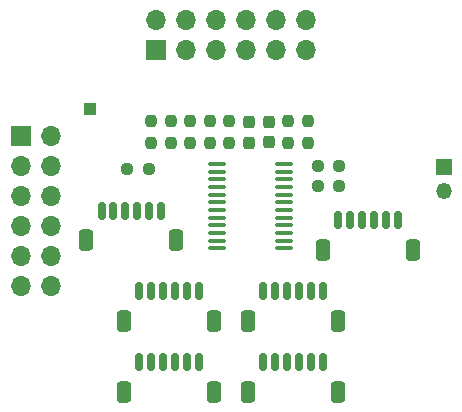
<source format=gbr>
%TF.GenerationSoftware,KiCad,Pcbnew,(6.0.4)*%
%TF.CreationDate,2023-05-25T13:52:57-04:00*%
%TF.ProjectId,CONN,434f4e4e-2e6b-4696-9361-645f70636258,rev?*%
%TF.SameCoordinates,Original*%
%TF.FileFunction,Soldermask,Top*%
%TF.FilePolarity,Negative*%
%FSLAX46Y46*%
G04 Gerber Fmt 4.6, Leading zero omitted, Abs format (unit mm)*
G04 Created by KiCad (PCBNEW (6.0.4)) date 2023-05-25 13:52:57*
%MOMM*%
%LPD*%
G01*
G04 APERTURE LIST*
G04 Aperture macros list*
%AMRoundRect*
0 Rectangle with rounded corners*
0 $1 Rounding radius*
0 $2 $3 $4 $5 $6 $7 $8 $9 X,Y pos of 4 corners*
0 Add a 4 corners polygon primitive as box body*
4,1,4,$2,$3,$4,$5,$6,$7,$8,$9,$2,$3,0*
0 Add four circle primitives for the rounded corners*
1,1,$1+$1,$2,$3*
1,1,$1+$1,$4,$5*
1,1,$1+$1,$6,$7*
1,1,$1+$1,$8,$9*
0 Add four rect primitives between the rounded corners*
20,1,$1+$1,$2,$3,$4,$5,0*
20,1,$1+$1,$4,$5,$6,$7,0*
20,1,$1+$1,$6,$7,$8,$9,0*
20,1,$1+$1,$8,$9,$2,$3,0*%
G04 Aperture macros list end*
%ADD10R,1.700000X1.700000*%
%ADD11O,1.700000X1.700000*%
%ADD12R,1.350000X1.350000*%
%ADD13O,1.350000X1.350000*%
%ADD14RoundRect,0.237500X0.237500X-0.250000X0.237500X0.250000X-0.237500X0.250000X-0.237500X-0.250000X0*%
%ADD15RoundRect,0.150000X0.150000X0.625000X-0.150000X0.625000X-0.150000X-0.625000X0.150000X-0.625000X0*%
%ADD16RoundRect,0.250000X0.350000X0.650000X-0.350000X0.650000X-0.350000X-0.650000X0.350000X-0.650000X0*%
%ADD17RoundRect,0.237500X0.250000X0.237500X-0.250000X0.237500X-0.250000X-0.237500X0.250000X-0.237500X0*%
%ADD18RoundRect,0.237500X-0.237500X0.250000X-0.237500X-0.250000X0.237500X-0.250000X0.237500X0.250000X0*%
%ADD19RoundRect,0.237500X-0.237500X0.287500X-0.237500X-0.287500X0.237500X-0.287500X0.237500X0.287500X0*%
%ADD20RoundRect,0.237500X-0.250000X-0.237500X0.250000X-0.237500X0.250000X0.237500X-0.250000X0.237500X0*%
%ADD21R,1.000000X1.000000*%
%ADD22RoundRect,0.237500X0.237500X-0.300000X0.237500X0.300000X-0.237500X0.300000X-0.237500X-0.300000X0*%
%ADD23RoundRect,0.100000X-0.637500X-0.100000X0.637500X-0.100000X0.637500X0.100000X-0.637500X0.100000X0*%
G04 APERTURE END LIST*
D10*
%TO.C,J3*%
X147150000Y-39963022D03*
D11*
X147150000Y-37423022D03*
X149690000Y-39963022D03*
X149690000Y-37423022D03*
X152230000Y-39963022D03*
X152230000Y-37423022D03*
X154770000Y-39963022D03*
X154770000Y-37423022D03*
X157310000Y-39963022D03*
X157310000Y-37423022D03*
X159850000Y-39963022D03*
X159850000Y-37423022D03*
%TD*%
D12*
%TO.C,J2*%
X171500000Y-49888022D03*
D13*
X171500000Y-51888022D03*
%TD*%
D14*
%TO.C,R7*%
X148385000Y-47825000D03*
X148385000Y-46000000D03*
%TD*%
D15*
%TO.C,J9*%
X161250000Y-66363022D03*
X160250000Y-66363022D03*
X159250000Y-66363022D03*
X158250000Y-66363022D03*
X157250000Y-66363022D03*
X156250000Y-66363022D03*
D16*
X162550000Y-68888022D03*
X154950000Y-68888022D03*
%TD*%
D17*
%TO.C,R4*%
X146552500Y-50058022D03*
X144727500Y-50058022D03*
%TD*%
D18*
%TO.C,R9*%
X150035000Y-46000000D03*
X150035000Y-47825000D03*
%TD*%
D19*
%TO.C,D1*%
X155025000Y-46060000D03*
X155025000Y-47810000D03*
%TD*%
D20*
%TO.C,R3*%
X160837500Y-51450000D03*
X162662500Y-51450000D03*
%TD*%
D15*
%TO.C,J7*%
X150750000Y-60363022D03*
X149750000Y-60363022D03*
X148750000Y-60363022D03*
X147750000Y-60363022D03*
X146750000Y-60363022D03*
X145750000Y-60363022D03*
D16*
X152050000Y-62888022D03*
X144450000Y-62888022D03*
%TD*%
D15*
%TO.C,J6*%
X147550000Y-53563022D03*
X146550000Y-53563022D03*
X145550000Y-53563022D03*
X144550000Y-53563022D03*
X143550000Y-53563022D03*
X142550000Y-53563022D03*
D16*
X148850000Y-56088022D03*
X141250000Y-56088022D03*
%TD*%
D21*
%TO.C,TP1*%
X141520000Y-44988022D03*
%TD*%
D14*
%TO.C,R1*%
X153335000Y-47825000D03*
X153335000Y-46000000D03*
%TD*%
D10*
%TO.C,J1*%
X135725000Y-47288022D03*
D11*
X138265000Y-47288022D03*
X135725000Y-49828022D03*
X138265000Y-49828022D03*
X135725000Y-52368022D03*
X138265000Y-52368022D03*
X135725000Y-54908022D03*
X138265000Y-54908022D03*
X135725000Y-57448022D03*
X138265000Y-57448022D03*
X135725000Y-59988022D03*
X138265000Y-59988022D03*
%TD*%
D15*
%TO.C,J8*%
X167600000Y-54363022D03*
X166600000Y-54363022D03*
X165600000Y-54363022D03*
X164600000Y-54363022D03*
X163600000Y-54363022D03*
X162600000Y-54363022D03*
D16*
X161300000Y-56888022D03*
X168900000Y-56888022D03*
%TD*%
D15*
%TO.C,J4*%
X150750000Y-66363022D03*
X149750000Y-66363022D03*
X148750000Y-66363022D03*
X147750000Y-66363022D03*
X146750000Y-66363022D03*
X145750000Y-66363022D03*
D16*
X144450000Y-68888022D03*
X152050000Y-68888022D03*
%TD*%
D18*
%TO.C,R10*%
X146735000Y-46000000D03*
X146735000Y-47825000D03*
%TD*%
%TO.C,R8*%
X158365000Y-45990000D03*
X158365000Y-47815000D03*
%TD*%
D22*
%TO.C,C1*%
X156715000Y-47765000D03*
X156715000Y-46040000D03*
%TD*%
D20*
%TO.C,R2*%
X160837500Y-49780000D03*
X162662500Y-49780000D03*
%TD*%
D14*
%TO.C,R5*%
X160015000Y-47815000D03*
X160015000Y-45990000D03*
%TD*%
D23*
%TO.C,U1*%
X152287500Y-49613022D03*
X152287500Y-50263022D03*
X152287500Y-50913022D03*
X152287500Y-51563022D03*
X152287500Y-52213022D03*
X152287500Y-52863022D03*
X152287500Y-53513022D03*
X152287500Y-54163022D03*
X152287500Y-54813022D03*
X152287500Y-55463022D03*
X152287500Y-56113022D03*
X152287500Y-56763022D03*
X158012500Y-56763022D03*
X158012500Y-56113022D03*
X158012500Y-55463022D03*
X158012500Y-54813022D03*
X158012500Y-54163022D03*
X158012500Y-53513022D03*
X158012500Y-52863022D03*
X158012500Y-52213022D03*
X158012500Y-51563022D03*
X158012500Y-50913022D03*
X158012500Y-50263022D03*
X158012500Y-49613022D03*
%TD*%
D14*
%TO.C,R6*%
X151685000Y-47825000D03*
X151685000Y-46000000D03*
%TD*%
D15*
%TO.C,J5*%
X161250000Y-60363022D03*
X160250000Y-60363022D03*
X159250000Y-60363022D03*
X158250000Y-60363022D03*
X157250000Y-60363022D03*
X156250000Y-60363022D03*
D16*
X154950000Y-62888022D03*
X162550000Y-62888022D03*
%TD*%
M02*

</source>
